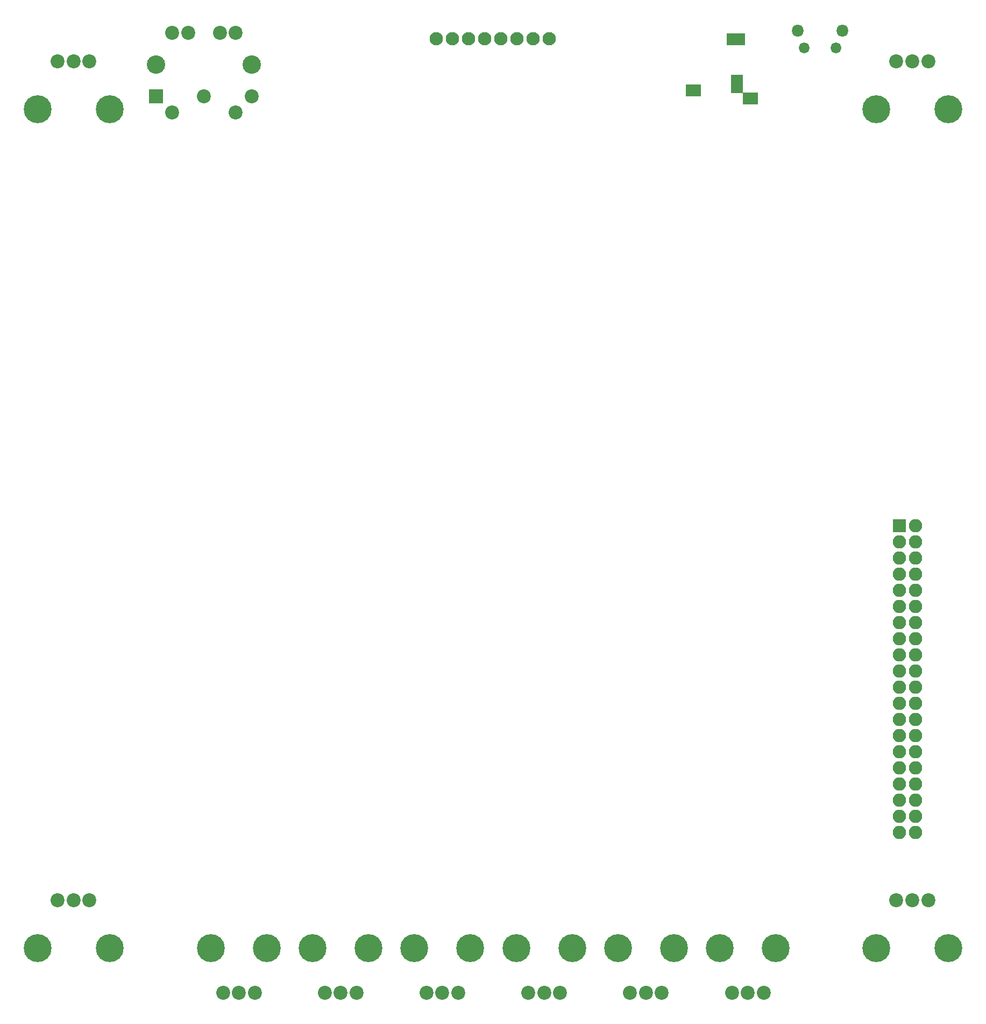
<source format=gts>
G04 #@! TF.FileFunction,Soldermask,Top*
%FSLAX46Y46*%
G04 Gerber Fmt 4.6, Leading zero omitted, Abs format (unit mm)*
G04 Created by KiCad (PCBNEW 4.0.6) date Tue Nov 28 12:03:41 2017*
%MOMM*%
%LPD*%
G01*
G04 APERTURE LIST*
%ADD10C,0.100000*%
%ADD11C,2.100000*%
%ADD12O,1.650000X1.750000*%
%ADD13O,1.800000X1.950000*%
%ADD14C,2.200000*%
%ADD15C,2.900000*%
%ADD16R,2.200000X2.200000*%
%ADD17R,2.100000X2.100000*%
%ADD18O,2.100000X2.100000*%
%ADD19R,1.900000X2.900000*%
%ADD20R,2.400000X1.900000*%
%ADD21R,2.900000X1.900000*%
%ADD22C,4.400000*%
G04 APERTURE END LIST*
D10*
D11*
X85110000Y-28895000D03*
X87650000Y-28895000D03*
X90190000Y-28895000D03*
X92730000Y-28895000D03*
X95270000Y-28895000D03*
X97810000Y-28895000D03*
X100350000Y-28895000D03*
X102890000Y-28895000D03*
D12*
X143000000Y-30350000D03*
X148000000Y-30350000D03*
D13*
X142000000Y-27650000D03*
X149000000Y-27650000D03*
D14*
X53500000Y-28000000D03*
X43500000Y-28000000D03*
D15*
X56000000Y-33000000D03*
D14*
X51000000Y-28000000D03*
X46000000Y-28000000D03*
D16*
X41000000Y-38000000D03*
D14*
X48500000Y-38000000D03*
X56000000Y-38000000D03*
X43500000Y-40500000D03*
X53500000Y-40500000D03*
D15*
X41000000Y-33000000D03*
D17*
X158000000Y-105520000D03*
D18*
X160540000Y-105520000D03*
X158000000Y-108060000D03*
X160540000Y-108060000D03*
X158000000Y-110600000D03*
X160540000Y-110600000D03*
X158000000Y-113140000D03*
X160540000Y-113140000D03*
X158000000Y-115680000D03*
X160540000Y-115680000D03*
X158000000Y-118220000D03*
X160540000Y-118220000D03*
X158000000Y-120760000D03*
X160540000Y-120760000D03*
X158000000Y-123300000D03*
X160540000Y-123300000D03*
X158000000Y-125840000D03*
X160540000Y-125840000D03*
X158000000Y-128380000D03*
X160540000Y-128380000D03*
X158000000Y-130920000D03*
X160540000Y-130920000D03*
X158000000Y-133460000D03*
X160540000Y-133460000D03*
X158000000Y-136000000D03*
X160540000Y-136000000D03*
X158000000Y-138540000D03*
X160540000Y-138540000D03*
X158000000Y-141080000D03*
X160540000Y-141080000D03*
X158000000Y-143620000D03*
X160540000Y-143620000D03*
X158000000Y-146160000D03*
X160540000Y-146160000D03*
X158000000Y-148700000D03*
X160540000Y-148700000D03*
X158000000Y-151240000D03*
X160540000Y-151240000D03*
X158000000Y-153780000D03*
X160540000Y-153780000D03*
D19*
X132400000Y-36000000D03*
D20*
X125500000Y-37000000D03*
X134500000Y-38300000D03*
D21*
X132200000Y-29000000D03*
D14*
X51500000Y-179000000D03*
X54000000Y-179000000D03*
X56500000Y-179000000D03*
D22*
X49600000Y-172000000D03*
X58400000Y-172000000D03*
D14*
X67520000Y-179000000D03*
X70020000Y-179000000D03*
X72520000Y-179000000D03*
D22*
X65620000Y-172000000D03*
X74420000Y-172000000D03*
D14*
X83540000Y-179000000D03*
X86040000Y-179000000D03*
X88540000Y-179000000D03*
D22*
X81640000Y-172000000D03*
X90440000Y-172000000D03*
D14*
X99560000Y-179000000D03*
X102060000Y-179000000D03*
X104560000Y-179000000D03*
D22*
X97660000Y-172000000D03*
X106460000Y-172000000D03*
D14*
X115580000Y-179000000D03*
X118080000Y-179000000D03*
X120580000Y-179000000D03*
D22*
X113680000Y-172000000D03*
X122480000Y-172000000D03*
D14*
X131600000Y-179000000D03*
X134100000Y-179000000D03*
X136600000Y-179000000D03*
D22*
X129700000Y-172000000D03*
X138500000Y-172000000D03*
D14*
X30500000Y-32500000D03*
X28000000Y-32500000D03*
X25500000Y-32500000D03*
D22*
X33700000Y-40000000D03*
X22300000Y-40000000D03*
D14*
X162500000Y-32500000D03*
X160000000Y-32500000D03*
X157500000Y-32500000D03*
D22*
X165700000Y-40000000D03*
X154300000Y-40000000D03*
D14*
X30500000Y-164500000D03*
X28000000Y-164500000D03*
X25500000Y-164500000D03*
D22*
X33700000Y-172000000D03*
X22300000Y-172000000D03*
D14*
X162500000Y-164500000D03*
X160000000Y-164500000D03*
X157500000Y-164500000D03*
D22*
X165700000Y-172000000D03*
X154300000Y-172000000D03*
M02*

</source>
